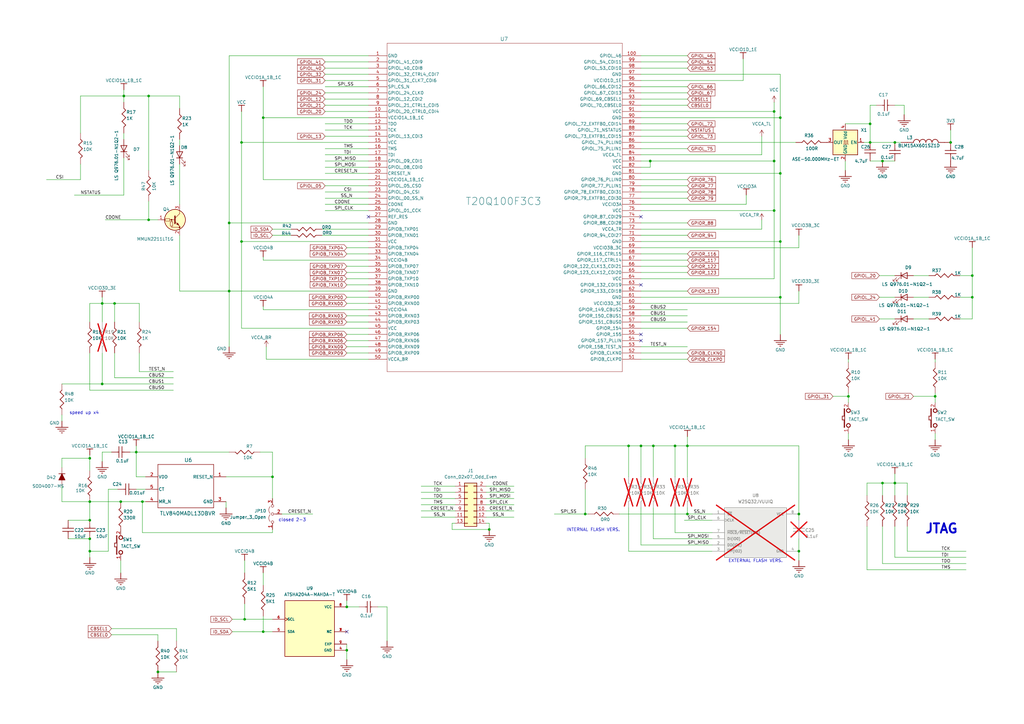
<source format=kicad_sch>
(kicad_sch (version 20231120) (generator "eeschema") (generator_version "8.0")
  (paper "A3")
  (title_block (title "HEXBERRY-V-20Q100") (date "2024-09-19") (rev "1.0") (company "LOGITILES by Hexcape") (comment 1 "Pier Francesco Maria Santi"))
  (junction (at 200.66 217.17))
  (junction (at 46.99 124.46))
  (junction (at 36.83 213.36))
  (junction (at 347.98 162.56))
  (junction (at 107.95 48.26))
  (junction (at 320.04 121.92))
  (junction (at 49.53 205.74))
  (junction (at 327.66 226.06))
  (junction (at 266.7 66.04))
  (junction (at 100.33 254))
  (junction (at 93.98 91.44))
  (junction (at 111.76 195.58))
  (junction (at 389.89 58.42))
  (junction (at 262.89 182.88))
  (junction (at 276.86 182.88))
  (junction (at 240.03 210.82))
  (junction (at 267.97 182.88))
  (junction (at 99.06 58.42))
  (junction (at 36.83 220.98))
  (junction (at 257.81 182.88))
  (junction (at 36.83 226.06))
  (junction (at 41.91 157.48))
  (junction (at 320.04 99.06))
  (junction (at 317.5 66.04))
  (junction (at 60.96 39.37))
  (junction (at 36.83 187.96))
  (junction (at 58.42 205.74))
  (junction (at 367.03 58.42))
  (junction (at 142.24 248.92))
  (junction (at 64.77 275.59))
  (junction (at 142.24 266.7))
  (junction (at 356.87 58.42))
  (junction (at 281.94 210.82))
  (junction (at 398.78 113.03))
  (junction (at 36.83 205.74))
  (junction (at 50.8 39.37))
  (junction (at 60.96 90.17))
  (junction (at 320.04 71.12))
  (junction (at 281.94 182.88))
  (junction (at 356.87 50.8))
  (junction (at 107.95 259.08))
  (junction (at 99.06 99.06))
  (junction (at 361.95 198.12))
  (junction (at 93.98 119.38))
  (junction (at 317.5 45.72))
  (junction (at 41.91 124.46))
  (junction (at 398.78 121.92))
  (junction (at 367.03 198.12))
  (junction (at 383.54 162.56))
  (junction (at 317.5 86.36))
  (junction (at 55.88 185.42))
  (junction (at 361.95 66.04))
  (junction (at 320.04 48.26))
  (junction (at 327.66 210.82))
  (no_connect (at 151.13 88.9))
  (no_connect (at 142.24 259.08))
  (no_connect (at 262.89 139.7))
  (no_connect (at 262.89 88.9))
  (no_connect (at 262.89 116.84))
  (no_connect (at 262.89 137.16))
  (wire (pts (xy 281.94 179.07) (xy 281.94 182.88)))
  (wire (pts (xy 132.08 93.98) (xy 151.13 93.98)))
  (wire (pts (xy 142.24 266.7) (xy 142.24 270.51)))
  (wire (pts (xy 262.89 121.92) (xy 320.04 121.92)))
  (wire (pts (xy 262.89 147.32) (xy 281.94 147.32)))
  (wire (pts (xy 49.53 205.74) (xy 58.42 205.74)))
  (wire (pts (xy 92.71 195.58) (xy 111.76 195.58)))
  (wire (pts (xy 320.04 48.26) (xy 320.04 71.12)))
  (wire (pts (xy 58.42 205.74) (xy 58.42 218.44)))
  (wire (pts (xy 185.42 214.63) (xy 185.42 217.17)))
  (wire (pts (xy 227.33 210.82) (xy 240.03 210.82)))
  (wire (pts (xy 199.39 209.55) (xy 210.82 209.55)))
  (wire (pts (xy 317.5 114.3) (xy 317.5 86.36)))
  (wire (pts (xy 262.89 86.36) (xy 317.5 86.36)))
  (wire (pts (xy 172.72 212.09) (xy 186.69 212.09)))
  (wire (pts (xy 389.89 53.34) (xy 389.89 58.42)))
  (wire (pts (xy 53.34 185.42) (xy 55.88 185.42)))
  (wire (pts (xy 320.04 121.92) (xy 320.04 137.16)))
  (wire (pts (xy 95.25 254) (xy 100.33 254)))
  (wire (pts (xy 44.45 200.66) (xy 48.26 200.66)))
  (wire (pts (xy 317.5 66.04) (xy 317.5 86.36)))
  (wire (pts (xy 262.89 144.78) (xy 281.94 144.78)))
  (wire (pts (xy 99.06 134.62) (xy 99.06 99.06)))
  (wire (pts (xy 106.68 185.42) (xy 111.76 185.42)))
  (wire (pts (xy 262.89 25.4) (xy 281.94 25.4)))
  (wire (pts (xy 262.89 109.22) (xy 281.94 109.22)))
  (wire (pts (xy 100.33 254) (xy 111.76 254)))
  (wire (pts (xy 50.8 54.61) (xy 50.8 57.15)))
  (wire (pts (xy 262.89 106.68) (xy 281.94 106.68)))
  (wire (pts (xy 72.39 262.89) (xy 72.39 257.81)))
  (wire (pts (xy 99.06 45.72) (xy 99.06 58.42)))
  (wire (pts (xy 360.68 130.81) (xy 367.03 130.81)))
  (wire (pts (xy 99.06 99.06) (xy 151.13 99.06)))
  (wire (pts (xy 281.94 182.88) (xy 281.94 195.58)))
  (wire (pts (xy 172.72 209.55) (xy 186.69 209.55)))
  (wire (pts (xy 262.89 71.12) (xy 320.04 71.12)))
  (wire (pts (xy 262.89 27.94) (xy 281.94 27.94)))
  (wire (pts (xy 133.35 78.74) (xy 151.13 78.74)))
  (wire (pts (xy 361.95 215.9) (xy 361.95 231.14)))
  (wire (pts (xy 398.78 113.03) (xy 398.78 121.92)))
  (wire (pts (xy 262.89 83.82) (xy 306.07 83.82)))
  (wire (pts (xy 262.89 38.1) (xy 281.94 38.1)))
  (wire (pts (xy 172.72 207.01) (xy 186.69 207.01)))
  (wire (pts (xy 312.42 90.17) (xy 312.42 93.98)))
  (wire (pts (xy 199.39 204.47) (xy 210.82 204.47)))
  (wire (pts (xy 262.89 35.56) (xy 281.94 35.56)))
  (wire (pts (xy 107.95 252.73) (xy 107.95 259.08)))
  (wire (pts (xy 107.95 125.73) (xy 107.95 127)))
  (wire (pts (xy 19.05 73.66) (xy 33.02 73.66)))
  (wire (pts (xy 267.97 182.88) (xy 267.97 195.58)))
  (wire (pts (xy 312.42 55.88) (xy 312.42 63.5)))
  (wire (pts (xy 111.76 195.58) (xy 111.76 204.47)))
  (wire (pts (xy 292.1 226.06) (xy 257.81 226.06)))
  (wire (pts (xy 43.18 90.17) (xy 60.96 90.17)))
  (wire (pts (xy 93.98 119.38) (xy 151.13 119.38)))
  (wire (pts (xy 398.78 121.92) (xy 398.78 130.81)))
  (wire (pts (xy 133.35 71.12) (xy 151.13 71.12)))
  (wire (pts (xy 107.95 127) (xy 151.13 127)))
  (wire (pts (xy 383.54 165.1) (xy 383.54 162.56)))
  (wire (pts (xy 276.86 218.44) (xy 276.86 208.28)))
  (wire (pts (xy 346.71 66.04) (xy 346.71 69.85)))
  (wire (pts (xy 36.83 226.06) (xy 44.45 226.06)))
  (wire (pts (xy 347.98 161.29) (xy 347.98 162.56)))
  (wire (pts (xy 267.97 182.88) (xy 276.86 182.88)))
  (wire (pts (xy 356.87 43.18) (xy 356.87 50.8)))
  (wire (pts (xy 327.66 96.52) (xy 327.66 101.6)))
  (wire (pts (xy 107.95 73.66) (xy 151.13 73.66)))
  (wire (pts (xy 347.98 177.8) (xy 347.98 180.34)))
  (wire (pts (xy 262.89 78.74) (xy 281.94 78.74)))
  (wire (pts (xy 36.83 124.46) (xy 36.83 132.08)))
  (wire (pts (xy 133.35 53.34) (xy 151.13 53.34)))
  (wire (pts (xy 41.91 124.46) (xy 36.83 124.46)))
  (wire (pts (xy 320.04 99.06) (xy 320.04 121.92)))
  (wire (pts (xy 320.04 71.12) (xy 320.04 99.06)))
  (wire (pts (xy 133.35 66.04) (xy 151.13 66.04)))
  (wire (pts (xy 133.35 81.28) (xy 151.13 81.28)))
  (wire (pts (xy 132.08 96.52) (xy 151.13 96.52)))
  (wire (pts (xy 60.96 82.55) (xy 60.96 90.17)))
  (wire (pts (xy 60.96 90.17) (xy 64.77 90.17)))
  (wire (pts (xy 367.03 215.9) (xy 367.03 228.6)))
  (wire (pts (xy 383.54 147.32) (xy 383.54 148.59)))
  (wire (pts (xy 383.54 177.8) (xy 383.54 180.34)))
  (wire (pts (xy 142.24 101.6) (xy 151.13 101.6)))
  (wire (pts (xy 262.89 129.54) (xy 281.94 129.54)))
  (wire (pts (xy 262.89 60.96) (xy 281.94 60.96)))
  (wire (pts (xy 262.89 182.88) (xy 262.89 195.58)))
  (wire (pts (xy 57.15 144.78) (xy 57.15 152.4)))
  (wire (pts (xy 133.35 55.88) (xy 151.13 55.88)))
  (wire (pts (xy 262.89 53.34) (xy 281.94 53.34)))
  (wire (pts (xy 262.89 50.8) (xy 281.94 50.8)))
  (wire (pts (xy 46.99 124.46) (xy 46.99 132.08)))
  (wire (pts (xy 262.89 124.46) (xy 327.66 124.46)))
  (wire (pts (xy 93.98 22.86) (xy 151.13 22.86)))
  (wire (pts (xy 44.45 226.06) (xy 44.45 200.66)))
  (wire (pts (xy 393.7 130.81) (xy 398.78 130.81)))
  (wire (pts (xy 27.94 213.36) (xy 36.83 213.36)))
  (wire (pts (xy 276.86 182.88) (xy 281.94 182.88)))
  (wire (pts (xy 240.03 210.82) (xy 241.3 210.82)))
  (wire (pts (xy 107.95 48.26) (xy 107.95 73.66)))
  (wire (pts (xy 49.53 218.44) (xy 49.53 217.17)))
  (wire (pts (xy 59.69 195.58) (xy 55.88 195.58)))
  (wire (pts (xy 355.6 215.9) (xy 355.6 233.68)))
  (wire (pts (xy 374.65 130.81) (xy 381 130.81)))
  (wire (pts (xy 49.53 229.87) (xy 49.53 234.95)))
  (wire (pts (xy 46.99 154.94) (xy 71.12 154.94)))
  (wire (pts (xy 262.89 101.6) (xy 327.66 101.6)))
  (wire (pts (xy 199.39 207.01) (xy 210.82 207.01)))
  (wire (pts (xy 50.8 36.83) (xy 50.8 39.37)))
  (wire (pts (xy 262.89 81.28) (xy 281.94 81.28)))
  (wire (pts (xy 276.86 182.88) (xy 276.86 195.58)))
  (wire (pts (xy 398.78 101.6) (xy 398.78 113.03)))
  (wire (pts (xy 99.06 99.06) (xy 99.06 58.42)))
  (wire (pts (xy 58.42 218.44) (xy 111.76 218.44)))
  (wire (pts (xy 55.88 185.42) (xy 93.98 185.42)))
  (wire (pts (xy 36.83 220.98) (xy 36.83 226.06)))
  (wire (pts (xy 199.39 212.09) (xy 210.82 212.09)))
  (wire (pts (xy 93.98 91.44) (xy 93.98 119.38)))
  (wire (pts (xy 356.87 50.8) (xy 356.87 58.42)))
  (wire (pts (xy 361.95 198.12) (xy 355.6 198.12)))
  (wire (pts (xy 73.66 39.37) (xy 73.66 44.45)))
  (wire (pts (xy 281.94 182.88) (xy 327.66 182.88)))
  (wire (pts (xy 317.5 45.72) (xy 317.5 66.04)))
  (wire (pts (xy 199.39 199.39) (xy 210.82 199.39)))
  (wire (pts (xy 36.83 205.74) (xy 49.53 205.74)))
  (wire (pts (xy 109.22 142.24) (xy 109.22 147.32)))
  (wire (pts (xy 370.84 43.18) (xy 370.84 46.99)))
  (wire (pts (xy 262.89 96.52) (xy 281.94 96.52)))
  (wire (pts (xy 360.68 121.92) (xy 367.03 121.92)))
  (wire (pts (xy 36.83 144.78) (xy 36.83 160.02)))
  (wire (pts (xy 36.83 186.69) (xy 36.83 187.96)))
  (wire (pts (xy 57.15 132.08) (xy 57.15 124.46)))
  (wire (pts (xy 367.03 198.12) (xy 361.95 198.12)))
  (wire (pts (xy 57.15 124.46) (xy 46.99 124.46)))
  (wire (pts (xy 257.81 182.88) (xy 262.89 182.88)))
  (wire (pts (xy 327.66 182.88) (xy 327.66 210.82)))
  (wire (pts (xy 142.24 132.08) (xy 151.13 132.08)))
  (wire (pts (xy 142.24 248.92) (xy 147.32 248.92)))
  (wire (pts (xy 393.7 113.03) (xy 398.78 113.03)))
  (wire (pts (xy 25.4 191.77) (xy 25.4 187.96)))
  (wire (pts (xy 361.95 198.12) (xy 361.95 203.2)))
  (wire (pts (xy 262.89 73.66) (xy 281.94 73.66)))
  (wire (pts (xy 240.03 182.88) (xy 240.03 187.96)))
  (wire (pts (xy 33.02 73.66) (xy 33.02 67.31)))
  (wire (pts (xy 142.24 121.92) (xy 151.13 121.92)))
  (wire (pts (xy 346.71 50.8) (xy 356.87 50.8)))
  (wire (pts (xy 262.89 91.44) (xy 281.94 91.44)))
  (wire (pts (xy 100.33 247.65) (xy 100.33 254)))
  (wire (pts (xy 133.35 43.18) (xy 151.13 43.18)))
  (wire (pts (xy 262.89 66.04) (xy 266.7 66.04)))
  (wire (pts (xy 262.89 43.18) (xy 281.94 43.18)))
  (wire (pts (xy 142.24 111.76) (xy 151.13 111.76)))
  (wire (pts (xy 360.68 113.03) (xy 367.03 113.03)))
  (wire (pts (xy 36.83 187.96) (xy 36.83 193.04)))
  (wire (pts (xy 306.07 80.01) (xy 306.07 83.82)))
  (wire (pts (xy 292.1 210.82) (xy 281.94 210.82)))
  (wire (pts (xy 374.65 121.92) (xy 381 121.92)))
  (wire (pts (xy 372.11 198.12) (xy 372.11 203.2)))
  (wire (pts (xy 359.41 43.18) (xy 356.87 43.18)))
  (wire (pts (xy 133.35 45.72) (xy 151.13 45.72)))
  (wire (pts (xy 372.11 226.06) (xy 396.24 226.06)))
  (wire (pts (xy 151.13 60.96) (xy 133.35 60.96)))
  (wire (pts (xy 266.7 68.58) (xy 266.7 66.04)))
  (wire (pts (xy 396.24 233.68) (xy 355.6 233.68)))
  (wire (pts (xy 317.5 41.91) (xy 317.5 45.72)))
  (wire (pts (xy 133.35 35.56) (xy 151.13 35.56)))
  (wire (pts (xy 57.15 152.4) (xy 71.12 152.4)))
  (wire (pts (xy 142.24 139.7) (xy 151.13 139.7)))
  (wire (pts (xy 111.76 93.98) (xy 119.38 93.98)))
  (wire (pts (xy 142.24 109.22) (xy 151.13 109.22)))
  (wire (pts (xy 356.87 58.42) (xy 367.03 58.42)))
  (wire (pts (xy 374.65 113.03) (xy 381 113.03)))
  (wire (pts (xy 254 210.82) (xy 281.94 210.82)))
  (wire (pts (xy 372.11 226.06) (xy 372.11 215.9)))
  (wire (pts (xy 154.94 248.92) (xy 158.75 248.92)))
  (wire (pts (xy 41.91 144.78) (xy 41.91 157.48)))
  (wire (pts (xy 45.72 185.42) (xy 41.91 185.42)))
  (wire (pts (xy 30.48 80.01) (xy 50.8 80.01)))
  (wire (pts (xy 320.04 30.48) (xy 320.04 48.26)))
  (wire (pts (xy 60.96 39.37) (xy 73.66 39.37)))
  (wire (pts (xy 133.35 33.02) (xy 151.13 33.02)))
  (wire (pts (xy 151.13 50.8) (xy 133.35 50.8)))
  (wire (pts (xy 107.95 35.56) (xy 107.95 48.26)))
  (wire (pts (xy 55.88 185.42) (xy 55.88 182.88)))
  (wire (pts (xy 292.1 220.98) (xy 267.97 220.98)))
  (wire (pts (xy 327.66 210.82) (xy 327.66 213.36)))
  (wire (pts (xy 142.24 104.14) (xy 151.13 104.14)))
  (wire (pts (xy 73.66 67.31) (xy 73.66 83.82)))
  (wire (pts (xy 367.03 198.12) (xy 367.03 203.2)))
  (wire (pts (xy 341.63 162.56) (xy 347.98 162.56)))
  (wire (pts (xy 36.83 213.36) (xy 36.83 205.74)))
  (wire (pts (xy 172.72 199.39) (xy 186.69 199.39)))
  (wire (pts (xy 142.24 264.16) (xy 142.24 266.7)))
  (wire (pts (xy 46.99 124.46) (xy 41.91 124.46)))
  (wire (pts (xy 25.4 187.96) (xy 36.83 187.96)))
  (wire (pts (xy 262.89 134.62) (xy 281.94 134.62)))
  (wire (pts (xy 374.65 162.56) (xy 383.54 162.56)))
  (wire (pts (xy 367.03 194.31) (xy 367.03 198.12)))
  (wire (pts (xy 50.8 39.37) (xy 60.96 39.37)))
  (wire (pts (xy 172.72 201.93) (xy 186.69 201.93)))
  (wire (pts (xy 73.66 57.15) (xy 73.66 59.69)))
  (wire (pts (xy 99.06 58.42) (xy 151.13 58.42)))
  (wire (pts (xy 267.97 208.28) (xy 267.97 220.98)))
  (wire (pts (xy 372.11 198.12) (xy 367.03 198.12)))
  (wire (pts (xy 100.33 229.87) (xy 100.33 234.95)))
  (wire (pts (xy 99.06 134.62) (xy 151.13 134.62)))
  (wire (pts (xy 262.89 104.14) (xy 281.94 104.14)))
  (wire (pts (xy 107.95 106.68) (xy 151.13 106.68)))
  (wire (pts (xy 25.4 157.48) (xy 41.91 157.48)))
  (wire (pts (xy 50.8 64.77) (xy 50.8 80.01)))
  (wire (pts (xy 367.03 43.18) (xy 370.84 43.18)))
  (wire (pts (xy 396.24 231.14) (xy 361.95 231.14)))
  (wire (pts (xy 107.95 48.26) (xy 151.13 48.26)))
  (wire (pts (xy 33.02 39.37) (xy 33.02 54.61)))
  (wire (pts (xy 142.24 144.78) (xy 151.13 144.78)))
  (wire (pts (xy 276.86 218.44) (xy 292.1 218.44)))
  (wire (pts (xy 186.69 214.63) (xy 185.42 214.63)))
  (wire (pts (xy 36.83 205.74) (xy 25.4 205.74)))
  (wire (pts (xy 393.7 121.92) (xy 398.78 121.92)))
  (wire (pts (xy 58.42 205.74) (xy 59.69 205.74)))
  (wire (pts (xy 240.03 200.66) (xy 240.03 210.82)))
  (wire (pts (xy 356.87 66.04) (xy 361.95 66.04)))
  (wire (pts (xy 262.89 114.3) (xy 317.5 114.3)))
  (wire (pts (xy 64.77 262.89) (xy 64.77 260.35)))
  (wire (pts (xy 111.76 185.42) (xy 111.76 195.58)))
  (wire (pts (xy 133.35 25.4) (xy 151.13 25.4)))
  (wire (pts (xy 304.8 24.13) (xy 304.8 33.02)))
  (wire (pts (xy 41.91 121.92) (xy 41.91 124.46)))
  (wire (pts (xy 133.35 27.94) (xy 151.13 27.94)))
  (wire (pts (xy 383.54 161.29) (xy 383.54 162.56)))
  (wire (pts (xy 355.6 198.12) (xy 355.6 203.2)))
  (wire (pts (xy 262.89 22.86) (xy 281.94 22.86)))
  (wire (pts (xy 111.76 218.44) (xy 111.76 217.17)))
  (wire (pts (xy 25.4 205.74) (xy 25.4 199.39)))
  (wire (pts (xy 281.94 210.82) (xy 281.94 208.28)))
  (wire (pts (xy 107.95 259.08) (xy 111.76 259.08)))
  (wire (pts (xy 72.39 275.59) (xy 64.77 275.59)))
  (wire (pts (xy 93.98 119.38) (xy 93.98 142.24)))
  (wire (pts (xy 107.95 105.41) (xy 107.95 106.68)))
  (wire (pts (xy 172.72 204.47) (xy 186.69 204.47)))
  (wire (pts (xy 185.42 217.17) (xy 200.66 217.17)))
  (wire (pts (xy 200.66 214.63) (xy 200.66 217.17)))
  (wire (pts (xy 262.89 208.28) (xy 262.89 223.52)))
  (wire (pts (xy 142.24 142.24) (xy 151.13 142.24)))
  (wire (pts (xy 262.89 76.2) (xy 281.94 76.2)))
  (wire (pts (xy 396.24 228.6) (xy 367.03 228.6)))
  (wire (pts (xy 41.91 185.42) (xy 41.91 189.23)))
  (wire (pts (xy 71.12 160.02) (xy 36.83 160.02)))
  (wire (pts (xy 41.91 124.46) (xy 41.91 132.08)))
  (wire (pts (xy 367.03 58.42) (xy 369.57 58.42)))
  (wire (pts (xy 133.35 63.5) (xy 151.13 63.5)))
  (wire (pts (xy 292.1 223.52) (xy 262.89 223.52)))
  (wire (pts (xy 356.87 58.42) (xy 354.33 58.42)))
  (wire (pts (xy 109.22 147.32) (xy 151.13 147.32)))
  (wire (pts (xy 262.89 48.26) (xy 320.04 48.26)))
  (wire (pts (xy 262.89 111.76) (xy 281.94 111.76)))
  (wire (pts (xy 55.88 200.66) (xy 59.69 200.66)))
  (wire (pts (xy 361.95 66.04) (xy 367.03 66.04)))
  (wire (pts (xy 262.89 40.64) (xy 281.94 40.64)))
  (wire (pts (xy 257.81 182.88) (xy 240.03 182.88)))
  (wire (pts (xy 262.89 63.5) (xy 312.42 63.5)))
  (wire (pts (xy 55.88 195.58) (xy 55.88 185.42)))
  (wire (pts (xy 73.66 119.38) (xy 93.98 119.38)))
  (wire (pts (xy 327.66 220.98) (xy 327.66 226.06)))
  (wire (pts (xy 71.12 157.48) (xy 41.91 157.48)))
  (wire (pts (xy 262.89 142.24) (xy 281.94 142.24)))
  (wire (pts (xy 46.99 154.94) (xy 46.99 144.78)))
  (wire (pts (xy 262.89 58.42) (xy 326.39 58.42)))
  (wire (pts (xy 262.89 68.58) (xy 266.7 68.58)))
  (wire (pts (xy 45.72 257.81) (xy 72.39 257.81)))
  (wire (pts (xy 257.81 182.88) (xy 257.81 195.58)))
  (wire (pts (xy 92.71 205.74) (xy 92.71 208.28)))
  (wire (pts (xy 50.8 39.37) (xy 50.8 41.91)))
  (wire (pts (xy 262.89 30.48) (xy 320.04 30.48)))
  (wire (pts (xy 327.66 119.38) (xy 327.66 124.46)))
  (wire (pts (xy 73.66 96.52) (xy 73.66 119.38)))
  (wire (pts (xy 262.89 119.38) (xy 281.94 119.38)))
  (wire (pts (xy 142.24 124.46) (xy 151.13 124.46)))
  (wire (pts (xy 133.35 30.48) (xy 151.13 30.48)))
  (wire (pts (xy 262.89 33.02) (xy 304.8 33.02)))
  (wire (pts (xy 199.39 214.63) (xy 200.66 214.63)))
  (wire (pts (xy 262.89 93.98) (xy 312.42 93.98)))
  (wire (pts (xy 45.72 260.35) (xy 64.77 260.35)))
  (wire (pts (xy 142.24 114.3) (xy 151.13 114.3)))
  (wire (pts (xy 93.98 91.44) (xy 151.13 91.44)))
  (wire (pts (xy 262.89 127) (xy 281.94 127)))
  (wire (pts (xy 60.96 39.37) (xy 60.96 69.85)))
  (wire (pts (xy 95.25 259.08) (xy 107.95 259.08)))
  (wire (pts (xy 262.89 45.72) (xy 317.5 45.72)))
  (wire (pts (xy 142.24 129.54) (xy 151.13 129.54)))
  (wire (pts (xy 347.98 147.32) (xy 347.98 148.59)))
  (wire (pts (xy 142.24 137.16) (xy 151.13 137.16)))
  (wire (pts (xy 266.7 66.04) (xy 317.5 66.04)))
  (wire (pts (xy 142.24 246.38) (xy 142.24 248.92)))
  (wire (pts (xy 262.89 99.06) (xy 320.04 99.06)))
  (wire (pts (xy 158.75 248.92) (xy 158.75 262.89)))
  (wire (pts (xy 133.35 86.36) (xy 151.13 86.36)))
  (wire (pts (xy 347.98 165.1) (xy 347.98 162.56)))
  (wire (pts (xy 133.35 76.2) (xy 151.13 76.2)))
  (wire (pts (xy 327.66 226.06) (xy 327.66 229.87)))
  (wire (pts (xy 111.76 96.52) (xy 119.38 96.52)))
  (wire (pts (xy 25.4 170.18) (xy 25.4 172.72)))
  (wire (pts (xy 133.35 40.64) (xy 151.13 40.64)))
  (wire (pts (xy 36.83 226.06) (xy 36.83 228.6)))
  (wire (pts (xy 27.94 220.98) (xy 36.83 220.98)))
  (wire (pts (xy 257.81 208.28) (xy 257.81 226.06)))
  (wire (pts (xy 199.39 201.93) (xy 210.82 201.93)))
  (wire (pts (xy 262.89 55.88) (xy 281.94 55.88)))
  (wire (pts (xy 280.67 213.36) (xy 292.1 213.36)))
  (wire (pts (xy 107.95 234.95) (xy 107.95 240.03)))
  (wire (pts (xy 133.35 83.82) (xy 151.13 83.82)))
  (wire (pts (xy 133.35 38.1) (xy 151.13 38.1)))
  (wire (pts (xy 93.98 22.86) (xy 93.98 91.44)))
  (wire (pts (xy 142.24 116.84) (xy 151.13 116.84)))
  (wire (pts (xy 33.02 39.37) (xy 50.8 39.37)))
  (wire (pts (xy 262.89 132.08) (xy 281.94 132.08)))
  (wire (pts (xy 133.35 68.58) (xy 151.13 68.58)))
  (wire (pts (xy 262.89 182.88) (xy 267.97 182.88)))
  (wire (pts (xy 115.57 210.82) (xy 128.27 210.82)))
  (text "closed 2-3\n" (at 119.888 213.36 0) (effects (font (size 1.27 1.27))))
  (text "speed up x4" (at 34.544 169.418 0) (effects (font (size 1.27 1.27))))
  (text "EXTERNAL FLASH VERS.\n" (at 309.88 230.124 0) (effects (font (size 1.27 1.27))))
  (text "JTAG\n" (at 379.222 219.202 0) (effects (font (size 3.81 3.81) (bold yes)) (justify left bottom)))
  (text "INTERNAL FLASH VERS.\n" (at 243.332 217.424 0) (effects (font (size 1.27 1.27))))
  (label "SPI_SS" (at 229.87 210.82 0))
  (label "SPI_CLK" (at 137.16 86.36 0))
  (label "CBUS1" (at 60.96 157.48 0))
  (label "CSI" (at 22.86 73.66 0))
  (label "TDO" (at 386.08 231.14 0))
  (label "TDI" (at 140.97 63.5 0))
  (label "CDONE" (at 43.18 90.17 0))
  (label "TEST_N" (at 60.96 152.4 0))
  (label "SPI_MISO" (at 200.66 201.93 0))
  (label "CDONE" (at 201.93 199.39 0))
  (label "TCK" (at 177.8 199.39 0))
  (label "CBUS1" (at 266.7 129.54 0))
  (label "CBUS0" (at 266.7 132.08 0))
  (label "TMS" (at 386.08 233.68 0))
  (label "CBUS0" (at 60.96 160.02 0))
  (label "TCK" (at 140.97 53.34 0))
  (label "SPI_MOSI" (at 137.16 68.58 0))
  (label "SPI_CLK" (at 200.66 207.01 0))
  (label "CRESET_N" (at 118.11 210.82 0))
  (label "CBUS2" (at 60.96 154.94 0))
  (label "TDI" (at 386.08 228.6 0))
  (label "CRESET_N" (at 176.53 209.55 0))
  (label "CRESET_N" (at 200.66 209.55 0))
  (label "SPI_MISO" (at 281.94 223.52 0))
  (label "SPI_MISO" (at 137.16 66.04 0))
  (label "CSI" (at 140.97 78.74 0))
  (label "TMS" (at 140.97 60.96 0))
  (label "CDONE" (at 137.16 83.82 0))
  (label "SS_N" (at 284.48 210.82 0))
  (label "SPI_CLK" (at 281.94 213.36 0))
  (label "TDO" (at 140.97 50.8 0))
  (label "SS_N" (at 177.8 212.09 0))
  (label "CRESET_N" (at 137.16 71.12 0))
  (label "TCK" (at 386.08 226.06 0))
  (label "NSTATUS" (at 33.02 80.01 0))
  (label "TEST_N" (at 266.7 142.24 0))
  (label "SPI_MOSI" (at 200.66 204.47 0))
  (label "TDI" (at 177.8 201.93 0))
  (label "TDO" (at 177.8 204.47 0))
  (label "SS_N" (at 201.93 212.09 0))
  (label "TMS" (at 177.8 207.01 0))
  (label "SPI_SS" (at 138.43 35.56 0))
  (label "CBUS2" (at 266.7 127 0))
  (label "SPI_MOSI" (at 281.94 220.98 0))
  (label "SS_N" (at 139.7 81.28 0))
  (global_label "GPIOB_CLKN0" (shape input) (at 281.94 144.78 0) (property "Intersheetrefs" "${INTERSHEET_REFS}" (at 297.8413 144.78 0) (effects (justify left))))
  (global_label "CBSEL0" (shape input) (at 281.94 43.18 0) (property "Intersheetrefs" "${INTERSHEET_REFS}" (at 292.1564 43.18 0) (effects (justify left))))
  (global_label "GPIOB_TXP07" (shape input) (at 142.24 109.22 180) (property "Intersheetrefs" "${INTERSHEET_REFS}" (at 126.5807 109.22 0) (effects (justify right))))
  (global_label "GPIOB_TXN07" (shape input) (at 142.24 111.76 180) (property "Intersheetrefs" "${INTERSHEET_REFS}" (at 126.5202 111.76 0) (effects (justify right))))
  (global_label "NSTATUS" (shape input) (at 281.94 53.34 0) (property "Intersheetrefs" "${INTERSHEET_REFS}" (at 293.1241 53.34 0) (effects (justify left))))
  (global_label "GPIOR_76" (shape input) (at 281.94 73.66 0) (property "Intersheetrefs" "${INTERSHEET_REFS}" (at 294.1522 73.66 0) (effects (justify left))))
  (global_label "GPIOL_24" (shape input) (at 133.35 38.1 180) (property "Intersheetrefs" "${INTERSHEET_REFS}" (at 121.3797 38.1 0) (effects (justify right))))
  (global_label "GPIOR_116" (shape input) (at 281.94 104.14 0) (property "Intersheetrefs" "${INTERSHEET_REFS}" (at 295.3617 104.14 0) (effects (justify left))))
  (global_label "GPIOL_41" (shape input) (at 360.68 130.81 180) (property "Intersheetrefs" "${INTERSHEET_REFS}" (at 348.7097 130.81 0) (effects (justify right))))
  (global_label "GPIOL_66" (shape input) (at 281.94 35.56 0) (property "Intersheetrefs" "${INTERSHEET_REFS}" (at 293.9103 35.56 0) (effects (justify left))))
  (global_label "GPIOB_RXN09" (shape input) (at 142.24 142.24 180) (property "Intersheetrefs" "${INTERSHEET_REFS}" (at 126.2178 142.24 0) (effects (justify right))))
  (global_label "GPIOL_21" (shape input) (at 374.65 162.56 180) (property "Intersheetrefs" "${INTERSHEET_REFS}" (at 362.6797 162.56 0) (effects (justify right))))
  (global_label "GPIOL_73" (shape input) (at 281.94 55.88 0) (property "Intersheetrefs" "${INTERSHEET_REFS}" (at 293.9103 55.88 0) (effects (justify left))))
  (global_label "GPIOL_13" (shape input) (at 133.35 55.88 180) (property "Intersheetrefs" "${INTERSHEET_REFS}" (at 121.3797 55.88 0) (effects (justify right))))
  (global_label "CBSEL1" (shape input) (at 281.94 40.64 0) (property "Intersheetrefs" "${INTERSHEET_REFS}" (at 292.1564 40.64 0) (effects (justify left))))
  (global_label "CBSEL1" (shape input) (at 45.72 257.81 180) (property "Intersheetrefs" "${INTERSHEET_REFS}" (at 35.5036 257.81 0) (effects (justify right))))
  (global_label "GPIOL_72" (shape input) (at 281.94 50.8 0) (property "Intersheetrefs" "${INTERSHEET_REFS}" (at 293.9103 50.8 0) (effects (justify left))))
  (global_label "GPIOL_24" (shape input) (at 360.68 121.92 180) (property "Intersheetrefs" "${INTERSHEET_REFS}" (at 348.7097 121.92 0) (effects (justify right))))
  (global_label "GPIOR_117" (shape input) (at 281.94 106.68 0) (property "Intersheetrefs" "${INTERSHEET_REFS}" (at 295.3617 106.68 0) (effects (justify left))))
  (global_label "GPIOB_RXP09" (shape input) (at 142.24 144.78 180) (property "Intersheetrefs" "${INTERSHEET_REFS}" (at 126.2783 144.78 0) (effects (justify right))))
  (global_label "GPIOB_TXN04" (shape input) (at 142.24 104.14 180) (property "Intersheetrefs" "${INTERSHEET_REFS}" (at 126.5202 104.14 0) (effects (justify right))))
  (global_label "GPIOL_75" (shape input) (at 281.94 60.96 0) (property "Intersheetrefs" "${INTERSHEET_REFS}" (at 293.9103 60.96 0) (effects (justify left))))
  (global_label "GPIOL_12" (shape input) (at 133.35 40.64 180) (property "Intersheetrefs" "${INTERSHEET_REFS}" (at 121.3797 40.64 0) (effects (justify right))))
  (global_label "GPIOL_46" (shape input) (at 281.94 22.86 0) (property "Intersheetrefs" "${INTERSHEET_REFS}" (at 293.9103 22.86 0) (effects (justify left))))
  (global_label "ID_SCL" (shape input) (at 95.25 254 180) (property "Intersheetrefs" "${INTERSHEET_REFS}" (at 85.8197 254 0) (effects (justify right))))
  (global_label "GPIOL_31" (shape input) (at 133.35 33.02 180) (property "Intersheetrefs" "${INTERSHEET_REFS}" (at 121.3797 33.02 0) (effects (justify right))))
  (global_label "GPIOR_88" (shape input) (at 281.94 91.44 0) (property "Intersheetrefs" "${INTERSHEET_REFS}" (at 294.1522 91.44 0) (effects (justify left))))
  (global_label "GPIOL_31" (shape input) (at 341.63 162.56 180) (property "Intersheetrefs" "${INTERSHEET_REFS}" (at 329.6597 162.56 0) (effects (justify right))))
  (global_label "GPIOB_RXN06" (shape input) (at 142.24 139.7 180) (property "Intersheetrefs" "${INTERSHEET_REFS}" (at 126.2178 139.7 0) (effects (justify right))))
  (global_label "GPIOR_94" (shape input) (at 281.94 96.52 0) (property "Intersheetrefs" "${INTERSHEET_REFS}" (at 294.1522 96.52 0) (effects (justify left))))
  (global_label "GPIOL_53" (shape input) (at 281.94 27.94 0) (property "Intersheetrefs" "${INTERSHEET_REFS}" (at 293.9103 27.94 0) (effects (justify left))))
  (global_label "GPIOB_TXN10" (shape input) (at 142.24 116.84 180) (property "Intersheetrefs" "${INTERSHEET_REFS}" (at 126.5202 116.84 0) (effects (justify right))))
  (global_label "GPIOB_RXP03" (shape input) (at 142.24 132.08 180) (property "Intersheetrefs" "${INTERSHEET_REFS}" (at 126.2783 132.08 0) (effects (justify right))))
  (global_label "ID_SDA" (shape input) (at 111.76 93.98 180) (property "Intersheetrefs" "${INTERSHEET_REFS}" (at 102.2692 93.98 0) (effects (justify right))))
  (global_label "GPIOR_133" (shape input) (at 281.94 119.38 0) (property "Intersheetrefs" "${INTERSHEET_REFS}" (at 295.3617 119.38 0) (effects (justify left))))
  (global_label "ID_SCL" (shape input) (at 111.76 96.52 180) (property "Intersheetrefs" "${INTERSHEET_REFS}" (at 102.3297 96.52 0) (effects (justify right))))
  (global_label "GPIOB_RXP00" (shape input) (at 142.24 121.92 180) (property "Intersheetrefs" "${INTERSHEET_REFS}" (at 126.2783 121.92 0) (effects (justify right))))
  (global_label "GPIOL_05" (shape input) (at 133.35 76.2 180) (property "Intersheetrefs" "${INTERSHEET_REFS}" (at 121.3797 76.2 0) (effects (justify right))))
  (global_label "GPIOL_40" (shape input) (at 133.35 27.94 180) (property "Intersheetrefs" "${INTERSHEET_REFS}" (at 121.3797 27.94 0) (effects (justify right))))
  (global_label "GPIOL_20" (shape input) (at 360.68 113.03 180) (property "Intersheetrefs" "${INTERSHEET_REFS}" (at 348.7097 113.03 0) (effects (justify right))))
  (global_label "GPIOR_122" (shape input) (at 281.94 109.22 0) (property "Intersheetrefs" "${INTERSHEET_REFS}" (at 295.3617 109.22 0) (effects (justify left))))
  (global_label "GPIOR_77" (shape input) (at 281.94 76.2 0) (property "Intersheetrefs" "${INTERSHEET_REFS}" (at 294.1522 76.2 0) (effects (justify left))))
  (global_label "GPIOL_21" (shape input) (at 133.35 43.18 180) (property "Intersheetrefs" "${INTERSHEET_REFS}" (at 121.3797 43.18 0) (effects (justify right))))
  (global_label "GPIOR_78" (shape input) (at 281.94 78.74 0) (property "Intersheetrefs" "${INTERSHEET_REFS}" (at 294.1522 78.74 0) (effects (justify left))))
  (global_label "GPIOB_RXN03" (shape input) (at 142.24 129.54 180) (property "Intersheetrefs" "${INTERSHEET_REFS}" (at 126.2178 129.54 0) (effects (justify right))))
  (global_label "GPIOL_54" (shape input) (at 281.94 25.4 0) (property "Intersheetrefs" "${INTERSHEET_REFS}" (at 293.9103 25.4 0) (effects (justify left))))
  (global_label "GPIOR_79" (shape input) (at 281.94 81.28 0) (property "Intersheetrefs" "${INTERSHEET_REFS}" (at 294.1522 81.28 0) (effects (justify left))))
  (global_label "GPIOL_67" (shape input) (at 281.94 38.1 0) (property "Intersheetrefs" "${INTERSHEET_REFS}" (at 293.9103 38.1 0) (effects (justify left))))
  (global_label "GPIOL_41" (shape input) (at 133.35 25.4 180) (property "Intersheetrefs" "${INTERSHEET_REFS}" (at 121.3797 25.4 0) (effects (justify right))))
  (global_label "GPIOL_20" (shape input) (at 133.35 45.72 180) (property "Intersheetrefs" "${INTERSHEET_REFS}" (at 121.3797 45.72 0) (effects (justify right))))
  (global_label "CBSEL0" (shape input) (at 45.72 260.35 180) (property "Intersheetrefs" "${INTERSHEET_REFS}" (at 35.5036 260.35 0) (effects (justify right))))
  (global_label "GPIOR_154" (shape input) (at 281.94 134.62 0) (property "Intersheetrefs" "${INTERSHEET_REFS}" (at 295.3617 134.62 0) (effects (justify left))))
  (global_label "GPIOB_RXN00" (shape input) (at 142.24 124.46 180) (property "Intersheetrefs" "${INTERSHEET_REFS}" (at 126.2178 124.46 0) (effects (justify right))))
  (global_label "ID_SDA" (shape input) (at 95.25 259.08 180) (property "Intersheetrefs" "${INTERSHEET_REFS}" (at 85.7592 259.08 0) (effects (justify right))))
  (global_label "GPIOB_TXP04" (shape input) (at 142.24 101.6 180) (property "Intersheetrefs" "${INTERSHEET_REFS}" (at 126.5807 101.6 0) (effects (justify right))))
  (global_label "GPIOL_32" (shape input) (at 133.35 30.48 180) (property "Intersheetrefs" "${INTERSHEET_REFS}" (at 121.3797 30.48 0) (effects (justify right))))
  (global_label "GPIOR_123" (shape input) (at 281.94 111.76 0) (property "Intersheetrefs" "${INTERSHEET_REFS}" (at 295.3617 111.76 0) (effects (justify left))))
  (global_label "GPIOB_CLKP0" (shape input) (at 281.94 147.32 0) (property "Intersheetrefs" "${INTERSHEET_REFS}" (at 297.7808 147.32 0) (effects (justify left))))
  (global_label "GPIOB_RXP06" (shape input) (at 142.24 137.16 180) (property "Intersheetrefs" "${INTERSHEET_REFS}" (at 126.2783 137.16 0) (effects (justify right))))
  (global_label "GPIOB_TXP10" (shape input) (at 142.24 114.3 180) (property "Intersheetrefs" "${INTERSHEET_REFS}" (at 126.5807 114.3 0) (effects (justify right))))
  (symbol (lib_id "prova-altium-import:VCC_BAR") (at 398.78 101.6 180) (unit 1)
    (property "Reference" "#PWR05" (effects (hide yes)))
    (property "Value" "VCCIO1A_1B_1C" (at 398.78 97.79 0))
  )
  (symbol (lib_id "prova-altium-import:root_2_CAP_0") (at 367.03 45.72 90) (mirror x) (unit 1)
    (property "Reference" "C17" (at 364.236 39.624 90) (effects (justify left bottom)))
    (property "Value" "0.1uF" (at 365.252 47.498 90) (effects (justify left bottom)))
    (property "Footprint" "Capacitor_SMD:C_0402_1005Metric" (effects (hide yes)))
    (property "Description" "MLCC Capacitor" (effects (hide yes)))
    (property "05-000238" "*" (effects (hide yes)))
  )
  (symbol (lib_id "prova-altium-import:root_1_RES_0") (at 63.5 69.85 180) (unit 1)
    (property "Reference" "R47" (at 58.166 74.422 90) (effects (justify left bottom)))
    (property "Value" "10K" (at 62.484 74.422 90) (effects (justify left bottom)))
    (property "Footprint" "Resistor_SMD:R_0402_1005Metric" (effects (hide yes)))
    (property "Description" "Resistor" (effects (hide yes)))
    (property "21-000531" "*" (effects (hide yes)))
    (property "21-000532" "*" (effects (hide yes)))
    (property "21-000554" "*" (effects (hide yes)))
  )
  (symbol (lib_id "prova-altium-import:root_3_RES_0") (at 381 119.38 90) (unit 1)
    (property "Reference" "R38" (at 386.08 119.126 90) (effects (justify left bottom)))
    (property "Value" "1K" (at 394.208 120.142 90) (effects (justify left bottom)))
    (property "Footprint" "Resistor_SMD:R_0402_1005Metric" (effects (hide yes)))
    (property "Description" "Resistor" (effects (hide yes)))
    (property "21-000531" "*" (effects (hide yes)))
    (property "21-000532" "*" (effects (hide yes)))
    (property "21-000554" "*" (effects (hide yes)))
  )
  (symbol (lib_id "prova-altium-import:root_3_RES_0") (at 49.53 132.08 0) (unit 1)
    (property "Reference" "R21" (at 48.006 136.906 0) (effects (justify left bottom)))
    (property "Value" "10K" (at 48.006 139.446 0) (effects (justify left bottom)))
    (property "Footprint" "Resistor_SMD:R_0402_1005Metric" (effects (hide yes)))
    (property "Description" "Resistor" (effects (hide yes)))
    (property "21-000531" "*" (effects (hide yes)))
    (property "21-000532" "*" (effects (hide yes)))
    (property "21-000554" "*" (effects (hide yes)))
  )
  (symbol (lib_id "prova-altium-import:GND_POWER_GROUND") (at 49.53 234.95 0) (unit 1)
    (property "Reference" "#PWR045" (effects (hide yes)))
    (property "Value" "GND" (at 49.53 241.3 0))
  )
  (symbol (lib_id "prova-altium-import:GND_POWER_GROUND") (at 346.71 69.85 0) (mirror y) (unit 1)
    (property "Reference" "#PWR068" (effects (hide yes)))
    (property "Value" "GND" (at 346.71 76.2 0))
  )
  (symbol (lib_id "prova-altium-import:VCC_BAR") (at 367.03 194.31 180) (unit 1)
    (property "Reference" "#PWR057" (effects (hide yes)))
    (property "Value" "VCCIO1A_1B_1C" (at 367.03 190.5 0))
  )
  (symbol (lib_id "prova-altium-import:root_3_RES_0") (at 374.65 203.2 0) (unit 1)
    (property "Reference" "R29" (at 373.126 208.026 0) (effects (justify left bottom)))
    (property "Value" "10K" (at 373.126 210.566 0) (effects (justify left bottom)))
    (property "Footprint" "Resistor_SMD:R_0402_1005Metric" (effects (hide yes)))
    (property "Description" "Resistor" (effects (hide yes)))
    (property "21-000531" "*" (effects (hide yes)))
    (property "21-000532" "*" (effects (hide yes)))
    (property "21-000554" "*" (effects (hide yes)))
  )
  (symbol (lib_id "power:VDDA") (at 312.42 90.17 0) (unit 1)
    (property "Reference" "#PWR062" (effects (hide yes)))
    (property "Value" "VCCA_TR" (at 307.34 88.138 0))
    (property "Description" "Power symbol creates a global label with name \"VDDA\"" (effects (hide yes)))
  )
  (symbol (lib_id "Device:LED") (at 73.66 63.5 90) (unit 1)
    (property "Reference" "D8" (at 74.168 60.452 90) (effects (justify right)))
    (property "Value" "LS Q976.01-N1Q2-1" (at 70.612 55.372 0) (effects (justify right)))
    (property "Footprint" "LED_SMD:LED_0603_1608Metric" (effects (hide yes)))
    (property "Description" "Light emitting diode" (effects (hide yes)))
  )
  (symbol (lib_id "2024-07-11_16-18-05:TLV840MADL13DBVR") (at 59.69 195.58 0) (unit 1)
    (property "Reference" "U6" (at 77.216 188.722 0) (effects (font (size 1.524 1.524))))
    (property "Value" "TLV840MADL13DBVR" (at 76.962 210.566 0) (effects (font (size 1.524 1.524))))
    (property "Footprint" "Package_TO_SOT_SMD:SOT-23-5" (effects (hide yes)))
    (property "Datasheet" "TLV840MADL13DBVR" (effects (hide yes)))
  )
  (symbol (lib_id "prova-altium-import:root_3_RES_0") (at 59.69 132.08 0) (unit 1)
    (property "Reference" "R24" (at 58.166 136.906 0) (effects (justify left bottom)))
    (property "Value" "1K" (at 58.166 139.446 0) (effects (justify left bottom)))
    (property "Footprint" "Resistor_SMD:R_0402_1005Metric" (effects (hide yes)))
    (property "Description" "Resistor" (effects (hide yes)))
    (property "21-000531" "*" (effects (hide yes)))
    (property "21-000532" "*" (effects (hide yes)))
    (property "21-000554" "*" (effects (hide yes)))
  )
  (symbol (lib_id "prova-altium-import:root_1_RES_0") (at 132.08 99.06 90) (unit 1)
    (property "Reference" "R44" (at 119.38 94.996 90) (effects (justify left bottom)))
    (property "Value" "0R0" (at 136.144 94.742 90) (effects (justify left bottom)))
    (property "Footprint" "Resistor_SMD:R_0402_1005Metric" (effects (hide yes)))
    (property "Description" "Resistor" (effects (hide yes)))
    (property "21-000531" "*" (effects (hide yes)))
    (property "21-000532" "*" (effects (hide yes)))
    (property "21-000554" "*" (effects (hide yes)))
  )
  (symbol (lib_id "Jumper:Jumper_3_Open") (at 111.76 210.82 90) (unit 1) (exclude_from_sim yes) (in_bom no)
    (property "Reference" "JP10" (at 109.22 209.5499 90) (effects (justify left)))
    (property "Value" "Jumper_3_Open" (at 109.22 212.0899 90) (effects (justify left)))
    (property "Footprint" "Jumper:SolderJumper-3_P1.3mm_Open_Pad1.0x1.5mm_NumberLabels" (effects (hide yes)))
    (property "Description" "Jumper, 3-pole, both open" (effects (hide yes)))
  )
  (symbol (lib_id "prova-altium-import:root_1_RES_0") (at 132.08 96.52 90) (unit 1)
    (property "Reference" "R42" (at 119.634 91.948 90) (effects (justify left bottom)))
    (property "Value" "0R0" (at 135.89 92.456 90) (effects (justify left bottom)))
    (property "Footprint" "Resistor_SMD:R_0402_1005Metric" (effects (hide yes)))
    (property "Description" "Resistor" (effects (hide yes)))
    (property "21-000531" "*" (effects (hide yes)))
    (property "21-000532" "*" (effects (hide yes)))
    (property "21-000554" "*" (effects (hide yes)))
  )
  (symbol (lib_id "prova-altium-import:root_3_RES_0") (at 279.4 195.58 0) (unit 1) (dnp yes)
    (property "Reference" "R34" (at 277.876 200.406 0) (effects (justify left bottom)))
    (property "Value" "10K" (at 277.876 202.946 0) (effects (justify left bottom)))
    (property "Footprint" "Resistor_SMD:R_0402_1005Metric" (effects (hide yes)))
    (property "Description" "Resistor" (effects (hide yes)))
    (property "21-000531" "*" (effects (hide yes)))
    (property "21-000532" "*" (effects (hide yes)))
    (property "21-000554" "*" (effects (hide yes)))
  )
  (symbol (lib_id "prova-altium-import:root_2_CAP_0") (at 39.37 220.98 0) (unit 1)
    (property "Reference" "C23" (at 39.37 218.186 0) (effects (justify left bottom)))
    (property "Value" "10uF" (at 39.37 220.726 0) (effects (justify left bottom)))
    (property "Footprint" "Capacitor_SMD:C_0603_1608Metric" (effects (hide yes)))
    (property "Description" "MLCC Capacitor" (effects (hide yes)))
    (property "05-000238" "*" (effects (hide yes)))
  )
  (symbol (lib_id "prova-altium-import:GND_POWER_GROUND") (at 370.84 46.99 0) (unit 1)
    (property "Reference" "#PWR054" (effects (hide yes)))
    (property "Value" "GND" (at 370.84 53.34 0))
  )
  (symbol (lib_id "prova-altium-import:root_3_RES_0") (at 270.51 195.58 0) (unit 1) (dnp yes)
    (property "Reference" "R33" (at 268.986 200.406 0) (effects (justify left bottom)))
    (property "Value" "10K" (at 268.986 202.946 0) (effects (justify left bottom)))
    (property "Footprint" "Resistor_SMD:R_0402_1005Metric" (effects (hide yes)))
    (property "Description" "Resistor" (effects (hide yes)))
    (property "21-000531" "*" (effects (hide yes)))
    (property "21-000532" "*" (effects (hide yes)))
    (property "21-000554" "*" (effects (hide yes)))
  )
  (symbol (lib_id "prova-altium-import:GND_POWER_GROUND") (at 327.66 229.87 0) (unit 1)
    (property "Reference" "#PWR067" (effects (hide yes)))
    (property "Value" "GND" (at 327.66 236.22 0))
  )
  (symbol (lib_id "prova-altium-import:root_2_CAP_0") (at 369.57 66.04 0) (unit 1)
    (property "Reference" "C27" (at 361.696 60.96 0) (effects (justify left bottom)))
    (property "Value" "0.1uF" (at 361.188 65.278 0) (effects (justify left bottom)))
    (property "Footprint" "Capacitor_SMD:C_0402_1005Metric" (effects (hide yes)))
    (property "Description" "MLCC Capacitor" (effects (hide yes)))
    (property "05-000238" "*" (effects (hide yes)))
  )
  (symbol (lib_id "prova-altium-import:root_1_TACT_SW_0") (at 345.44 177.8 0) (unit 1)
    (property "Reference" "SW3" (at 348.742 169.926 0) (effects (justify left bottom)))
    (property "Value" "TACT_SW" (at 347.98 172.72 0) (effects (justify left bottom)))
    (property "Footprint" "Button_Switch_SMD:SW_SPST_B3U-1000P" (effects (hide yes)))
    (property "Description" "Tactile Switch TL3780AF330QG" (effects (hide yes)))
    (property "29-000010" "*" (effects (hide yes)))
    (property "29-000004" "*" (effects (hide yes)))
    (property "29-000005" "*" (effects (hide yes)))
    (property "29-000006" "*" (effects (hide yes)))
    (property "29-000009" "*" (effects (hide yes)))
    (property "29-000052" "*" (effects (hide yes)))
  )
  (symbol (lib_id "prova-altium-import:GND_POWER_GROUND") (at 158.75 262.89 0) (unit 1)
    (property "Reference" "#PWR0128" (effects (hide yes)))
    (property "Value" "GND" (at 158.75 269.24 0))
  )
  (symbol (lib_id "prova-altium-import:GND_POWER_GROUND") (at 92.71 208.28 0) (unit 1)
    (property "Reference" "#PWR047" (effects (hide yes)))
    (property "Value" "GND" (at 92.71 214.63 0))
  )
  (symbol (lib_id "prova-altium-import:root_3_RES_0") (at 381 110.49 90) (unit 1)
    (property "Reference" "R37" (at 386.08 110.236 90) (effects (justify left bottom)))
    (property "Value" "1K" (at 394.208 111.252 90) (effects (justify left bottom)))
    (property "Footprint" "Resistor_SMD:R_0402_1005Metric" (effects (hide yes)))
    (property "Description" "Resistor" (effects (hide yes)))
    (property "21-000531" "*" (effects (hide yes)))
    (property "21-000532" "*" (effects (hide yes)))
    (property "21-000554" "*" (effects (hide yes)))
  )
  (symbol (lib_id "prova-altium-import:root_1_RES_0") (at 97.79 247.65 0) (unit 1)
    (property "Reference" "R12" (at 101.346 239.776 0) (effects (justify left bottom)))
    (property "Value" "5K1" (at 101.346 242.316 0) (effects (justify left bottom)))
    (property "Footprint" "Resistor_SMD:R_0402_1005Metric" (effects (hide yes)))
    (property "Description" "Resistor" (effects (hide yes)))
    (property "21-000531" "*" (effects (hide yes)))
    (property "21-000532" "*" (effects (hide yes)))
    (property "21-000554" "*" (effects (hide yes)))
  )
  (symbol (lib_id "prova-altium-import:VCC_BAR") (at 107.95 125.73 180) (unit 1)
    (property "Reference" "#PWR052" (effects (hide yes)))
    (property "Value" "VCCIO4A" (at 107.95 121.92 0))
  )
  (symbol (lib_id "prova-altium-import:VCC_BAR") (at 107.95 35.56 180) (unit 1)
    (property "Reference" "#PWR050" (effects (hide yes)))
    (property "Value" "VCCIO1A_1B_1C" (at 107.95 31.75 0))
  )
  (symbol (lib_id "prova-altium-import:VCC_BAR") (at 347.98 147.32 180) (unit 1)
    (property "Reference" "#PWR06" (effects (hide yes)))
    (property "Value" "VCCIO1A_1B_1C" (at 347.98 143.51 0))
  )
  (symbol (lib_id "prova-altium-import:root_0_DO1608C-222MLB_0") (at 369.57 55.88 0) (unit 1)
    (property "Reference" "L3" (at 371.856 57.15 0) (effects (justify left bottom)))
    (property "Value" "BLM15AX601SZ1D" (at 368.3 60.452 0) (effects (justify left bottom)))
    (property "Footprint" "Inductor_SMD:L_0402_1005Metric" (effects (hide yes)))
    (property "Description" "Ferrite bead" (effects (hide yes)))
    (property "11-000042" "*" (effects (hide yes)))
  )
  (symbol (lib_id "prova-altium-import:root_2_CAP_0") (at 55.88 198.12 90) (unit 1)
    (property "Reference" "C24" (at 50.038 197.866 90) (effects (justify left bottom)))
    (property "Value" "0.01uF" (at 59.69 201.422 90) (effects (justify left bottom)))
    (property "Footprint" "Capacitor_SMD:C_0402_1005Metric" (effects (hide yes)))
    (property "Description" "MLCC Capacitor" (effects (hide yes)))
    (property "05-000238" "*" (effects (hide yes)))
  )
  (symbol (lib_id "prova-altium-import:GND_POWER_GROUND") (at 142.24 270.51 0) (unit 1)
    (property "Reference" "#PWR093" (effects (hide yes)))
    (property "Value" "GND" (at 142.24 276.86 0))
  )
  (symbol (lib_id "prova-altium-import:root_1_RES_0") (at 46.99 218.44 0) (unit 1)
    (property "Reference" "R20" (at 50.546 210.566 0) (effects (justify left bottom)))
    (property "Value" "330R" (at 50.546 213.106 0) (effects (justify left bottom)))
    (property "Footprint" "Resistor_SMD:R_0402_1005Metric" (effects (hide yes)))
    (property "Description" "Resistor" (effects (hide yes)))
    (property "21-000531" "*" (effects (hide yes)))
    (property "21-000532" "*" (effects (hide yes)))
    (property "21-000554" "*" (effects (hide yes)))
  )
  (symbol (lib_id "Connector_Generic:Conn_02x07_Odd_Even") (at 191.77 207.01 0) (unit 1)
    (property "Reference" "J1" (at 193.04 193.04 0))
    (property "Value" "Conn_02x07_Odd_Even" (at 193.04 195.58 0))
    (property "Footprint" "Connector_PinSocket_2.54mm:PinSocket_2x07_P2.54mm_Vertical" (effects (hide yes)))
    (property "Description" "Generic connector, double row, 02x07, odd/even pin numbering scheme (row 1 odd numbers, row 2 even numbers), script generated (kicad-library-utils/schlib/autogen/connector/)" (effects (hide yes)))
  )
  (symbol (lib_id "prova-altium-import:root_1_RES_0") (at 105.41 252.73 0) (unit 1)
    (property "Reference" "R25" (at 108.966 244.856 0) (effects (justify left bottom)))
    (property "Value" "5K1" (at 108.966 247.396 0) (effects (justify left bottom)))
    (property "Footprint" "Resistor_SMD:R_0402_1005Metric" (effects (hide yes)))
    (property "Description" "Resistor" (effects (hide yes)))
    (property "21-000531" "*" (effects (hide yes)))
    (property "21-000532" "*" (effects (hide yes)))
    (property "21-000554" "*" (effects (hide yes)))
  )
  (symbol (lib_id "Device:LED") (at 50.8 60.96 90) (unit 1)
    (property "Reference" "D7" (at 54.61 61.2774 90) (effects (justify right)))
    (property "Value" "LS Q976.01-N1Q2-1" (at 47.752 53.34 0) (effects (justify right)))
    (property "Footprint" "LED_SMD:LED_0603_1608Metric" (effects (hide yes)))
    (property "Description" "Light emitting diode" (effects (hide yes)))
  )
  (symbol (lib_id "prova-altium-import:root_1_RES_0") (at 22.86 170.18 0) (unit 1)
    (property "Reference" "R48" (at 26.416 162.306 0) (effects (justify left bottom)))
    (property "Value" "10K" (at 26.416 164.846 0) (effects (justify left bottom)))
    (property "Footprint" "Resistor_SMD:R_0402_1005Metric" (effects (hide yes)))
    (property "Description" "Resistor" (effects (hide yes)))
    (property "21-000531" "*" (effects (hide yes)))
    (property "21-000532" "*" (effects (hide yes)))
    (property "21-000554" "*" (effects (hide yes)))
  )
  (symbol (lib_id "PCM_Diode_AKL:MRA4003T3G") (at 25.4 195.58 90) (unit 1)
    (property "Reference" "D42" (at 19.05 195.834 90) (effects (justify right)))
    (property "Value" "SOD4007-MS" (at 13.208 199.39 90) (effects (justify right)))
    (property "Footprint" "Diode_SMD:D_SOD-123F" (effects (hide yes)))
    (property "Datasheet" "https://www.tme.eu/Document/d41bd100539b1d72b2c410b32f949d6b/MRA4006T3G-DTE.PDF" (effects (hide yes)))
    (property "Description" "SMA Diode, Rectifier, 300V, 1A, Alternate KiCad Library" (effects (hide yes)))
  )
  (symbol (lib_id "Oscillator:ASE-xxxMHz") (at 346.71 58.42 0) (mirror y) (unit 1)
    (property "Reference" "X1" (at 354.33 53.34 0))
    (property "Value" "ASE-50.000MHz-ET" (at 334.518 65.278 0))
    (property "Footprint" "Oscillator:Oscillator_SMD_Abracon_ASE-4Pin_3.2x2.5mm" (effects (hide yes)))
    (property "Datasheet" "http://www.abracon.com/Oscillators/ASV.pdf" (effects (hide yes)))
    (property "Description" "3.3V CMOS SMD Crystal Clock Oscillator, Abracon" (effects (hide yes)))
  )
  (symbol (lib_id "prova-altium-import:VCC_BAR") (at 383.54 147.32 180) (unit 1)
    (property "Reference" "#PWR08" (effects (hide yes)))
    (property "Value" "VCCIO1A_1B_1C" (at 383.54 143.51 0))
  )
  (symbol (lib_id "prova-altium-import:root_3_RES_0") (at 369.57 203.2 0) (unit 1)
    (property "Reference" "R28" (at 368.046 208.026 0) (effects (justify left bottom)))
    (property "Value" "10K" (at 368.046 210.566 0) (effects (justify left bottom)))
    (property "Footprint" "Resistor_SMD:R_0402_1005Metric" (effects (hide yes)))
    (property "Description" "Resistor" (effects (hide yes)))
    (property "21-000531" "*" (effects (hide yes)))
    (property "21-000532" "*" (effects (hide yes)))
    (property "21-000554" "*" (effects (hide yes)))
  )
  (symbol (lib_id "prova-altium-import:GND_POWER_GROUND") (at 200.66 217.17 0) (unit 1)
    (property "Reference" "#PWR0131" (effects (hide yes)))
    (property "Value" "GND" (at 200.66 223.52 0))
  )
  (symbol (lib_id "prova-altium-import:root_3_RES_0") (at 265.43 195.58 0) (unit 1) (dnp yes)
    (property "Reference" "R32" (at 263.906 200.406 0) (effects (justify left bottom)))
    (property "Value" "10K" (at 263.906 202.946 0) (effects (justify left bottom)))
    (property "Footprint" "Resistor_SMD:R_0402_1005Metric" (effects (hide yes)))
    (property "Description" "Resistor" (effects (hide yes)))
    (property "21-000531" "*" (effects (hide yes)))
    (property "21-000532" "*" (effects (hide yes)))
    (property "21-000554" "*" (effects (hide yes)))
  )
  (symbol (lib_id "prova-altium-import:GND_POWER_GROUND") (at 64.77 275.59 0) (unit 1)
    (property "Reference" "#PWR070" (effects (hide yes)))
    (property "Value" "GND" (at 64.77 281.94 0))
  )
  (symbol (lib_id "prova-altium-import:root_2_CAP_0") (at 45.72 187.96 270) (unit 1)
    (property "Reference" "C13" (at 48.514 181.864 90) (effects (justify left bottom)))
    (property "Value" "0.1uF" (at 47.498 189.738 90) (effects (justify left bottom)))
    (property "Footprint" "Capacitor_SMD:C_0402_1005Metric" (effects (hide yes)))
    (property "Description" "MLCC Capacitor" (effects (hide yes)))
    (property "05-000238" "*" (effects (hide yes)))
  )
  (symbol (lib_id "prova-altium-import:GND_POWER_GROUND") (at 93.98 142.24 0) (mirror y) (unit 1)
    (property "Reference" "#PWR048" (effects (hide yes)))
    (property "Value" "GND" (at 90.932 143.002 0))
  )
  (symbol (lib_id "ATSHA204A-MAHDA-T:ATSHA204A-MAHDA-T") (at 127 256.54 0) (unit 1)
    (property "Reference" "U9" (at 127 241.3 0))
    (property "Value" "ATSHA204A-MAHDA-T" (at 127 243.84 0))
    (property "Footprint" "Package_DFN_QFN:TDFN-8-1EP_3x2mm_P0.5mm_EP1.4x1.4mm" (effects (hide yes)))
    (property "MF" "Microchip" (effects (hide yes)))
    (property "Description_1" "\nAuthentication Chip 8-UDFN (2x3)\n" (effects (hide yes)))
    (property "Package" "UDFN-8 Microchip" (effects (hide yes)))
    (property "Price" "None" (effects (hide yes)))
    (property "Check_prices" "https://www.snapeda.com/parts/ATSHA204A-MAHDA-T/Microchip/view-part/?ref=eda" (effects (hide yes)))
    (property "PART_REV" "A" (effects (hide yes)))
    (property "STANDARD" "Manufacturer recommendation" (effects (hide yes)))
    (property "SnapEDA_Link" "https://www.snapeda.com/parts/ATSHA204A-MAHDA-T/Microchip/view-part/?ref=snap" (effects (hide yes)))
    (property "MP" "ATSHA204A-MAHDA-T" (effects (hide yes)))
    (property "Purchase-URL" "https://www.snapeda.com/api/url_track_click_mouser/?unipart_id=1077121&manufacturer=Microchip&part_name=ATSHA204A-MAHDA-T&search_term=atsha204" (effects (hide yes)))
    (property "Availability" "In Stock" (effects (hide yes)))
    (property "MANUFACTURER" "Microchip" (effects (hide yes)))
  )
  (symbol (lib_id "prova-altium-import:root_1_RES_0") (at 62.23 275.59 0) (unit 1)
    (property "Reference" "R40" (at 65.786 267.716 0) (effects (justify left bottom)))
    (property "Value" "10K" (at 65.786 270.256 0) (effects (justify left bottom)))
    (property "Footprint" "Resistor_SMD:R_0402_1005Metric" (effects (hide yes)))
    (property "Description" "Resistor" (effects (hide yes)))
    (property "21-000531" "*" (effects (hide yes)))
    (property "21-000532" "*" (effects (hide yes)))
    (property "21-000554" "*" (effects (hide yes)))
  )
  (symbol (lib_id "Device:LED") (at 370.84 113.03 0) (unit 1)
    (property "Reference" "D9" (at 373.888 109.728 0) (effects (justify right)))
    (property "Value" "LS Q976.01-N1Q2-1" (at 382.524 116.586 0) (effects (justify right)))
    (property "Footprint" "LED_SMD:LED_0603_1608Metric" (effects (hide yes)))
    (property "Description" "Light emitting diode" (effects (hide yes)))
  )
  (symbol (lib_id "prova-altium-import:VCC_BAR") (at 304.8 24.13 180) (unit 1)
    (property "Reference" "#PWR059" (effects (hide yes)))
    (property "Value" "VCCIO1D_1E" (at 304.8 20.32 0))
  )
  (symbol (lib_id "prova-altium-import:root_3_RES_0") (at 44.45 132.08 0) (unit 1) (dnp yes)
    (property "Reference" "R19" (at 42.926 136.906 0) (effects (justify left bottom)))
    (property "Value" "10K" (at 42.926 139.446 0) (effects (justify left bottom)))
    (property "Footprint" "Resistor_SMD:R_0402_1005Metric" (effects (hide yes)))
    (property "Description" "Resistor" (effects (hide yes)))
    (property "21-000531" "*" (effects (hide yes)))
    (property "21-000532" "*" (effects (hide yes)))
    (property "21-000554" "*" (effects (hide yes)))
  )
  (symbol (lib_id "power:VDDA") (at 109.22 142.24 0) (unit 1)
    (property "Reference" "#PWR053" (effects (hide yes)))
    (property "Value" "VCCA_BR" (at 107.188 138.43 0))
    (property "Description" "Power symbol creates a global label with name \"VDDA\"" (effects (hide yes)))
  )
  (symbol (lib_id "prova-altium-import:root_3_RES_0") (at 381 128.27 90) (unit 1)
    (property "Reference" "R39" (at 386.08 128.016 90) (effects (justify left bottom)))
    (property "Value" "1K" (at 394.208 129.032 90) (effects (justify left bottom)))
    (property "Footprint" "Resistor_SMD:R_0402_1005Metric" (effects (hide yes)))
    (property "Description" "Resistor" (effects (hide yes)))
    (property "21-000531" "*" (effects (hide yes)))
    (property "21-000532" "*" (effects (hide yes)))
    (property "21-000554" "*" (effects (hide yes)))
  )
  (symbol (lib_id "2024-07-04_10-55-59:T20Q100F3C3") (at 151.13 22.86 0) (unit 1)
    (property "Reference" "U7" (at 206.756 16.002 0) (effects (font (size 1.524 1.524))))
    (property "Value" "T20Q100F3C3" (at 206.502 82.55 0) (effects (font (size 3 3))))
    (property "Footprint" "Package_QFP:LQFP-100_14x14mm_P0.5mm" (effects (hide yes)))
    (property "Datasheet" "T20Q100F3C3" (effects (hide yes)))
  )
  (symbol (lib_id "prova-altium-import:VCC_BAR") (at 142.24 246.38 180) (unit 1)
    (property "Reference" "#PWR019" (effects (hide yes)))
    (property "Value" "VCCIO4B" (at 142.24 242.57 0))
  )
  (symbol (lib_id "prova-altium-import:root_2_CAP_0") (at 154.94 251.46 90) (mirror x) (unit 1)
    (property "Reference" "C16" (at 152.146 245.364 90) (effects (justify left bottom)))
    (property "Value" "0.1uF" (at 153.162 253.238 90) (effects (justify left bottom)))
    (property "Footprint" "Capacitor_SMD:C_0402_1005Metric" (effects (hide yes)))
    (property "Description" "MLCC Capacitor" (effects (hide yes)))
    (property "05-000238" "*" (effects (hide yes)))
  )
  (symbol (lib_id "prova-altium-import:VCC_BAR") (at 36.83 186.69 180) (unit 1)
    (property "Reference" "#PWR042" (effects (hide yes)))
    (property "Value" "VCCIO1A_1B_1C" (at 36.83 182.88 0))
  )
  (symbol (lib_id "prova-altium-import:root_1_RES_0") (at 106.68 187.96 90) (unit 1)
    (property "Reference" "R7" (at 103.632 182.372 90) (effects (justify left bottom)))
    (property "Value" "10K" (at 103.632 186.944 90) (effects (justify left bottom)))
    (property "Footprint" "Resistor_SMD:R_0402_1005Metric" (effects (hide yes)))
    (property "Description" "Resistor" (effects (hide yes)))
    (property "21-000531" "*" (effects (hide yes)))
    (property "21-000532" "*" (effects (hide yes)))
    (property "21-000554" "*" (effects (hide yes)))
  )
  (symbol (lib_id "prova-altium-import:GND_POWER_GROUND") (at 320.04 137.16 0) (mirror y) (unit 1)
    (property "Reference" "#PWR064" (effects (hide yes)))
    (property "Value" "GND" (at 320.04 143.51 0))
  )
  (symbol (lib_id "prova-altium-import:root_0_CAP_0") (at 354.33 58.42 0) (unit 1)
    (property "Reference" "C26" (at 353.06 60.96 0) (effects (justify left bottom)))
    (property "Value" "4.7uF" (at 350.52 66.802 0) (effects (justify left bottom)))
    (property "Footprint" "Capacitor_SMD:C_0402_1005Metric" (effects (hide yes)))
    (property "Description" "MLCC Caeramic" (effects (hide yes)))
    (property "05-000238" "*" (effects (hide yes)))
  )
  (symbol (lib_id "prova-altium-import:3V3_BAR") (at 389.89 53.34 180) (unit 1)
    (property "Reference" "#PWR012" (effects (hide yes)))
    (property "Value" "3V3" (at 389.89 49.53 0))
  )
  (symbol (lib_id "prova-altium-import:root_3_RES_0") (at 284.48 195.58 0) (unit 1) (dnp yes)
    (property "Reference" "R35" (at 282.956 200.406 0) (effects (justify left bottom)))
    (property "Value" "10K" (at 282.956 202.946 0) (effects (justify left bottom)))
    (property "Footprint" "Resistor_SMD:R_0402_1005Metric" (effects (hide yes)))
    (property "Description" "Resistor" (effects (hide yes)))
    (property "21-000531" "*" (effects (hide yes)))
    (property "21-000532" "*" (effects (hide yes)))
    (property "21-000554" "*" (effects (hide yes)))
  )
  (symbol (lib_id "prova-altium-import:GND_POWER_GROUND") (at 41.91 189.23 0) (mirror y) (unit 1)
    (property "Reference" "#PWR026" (effects (hide yes)))
    (property "Value" "GND" (at 41.91 195.58 0))
  )
  (symbol (lib_id "prova-altium-import:root_1_RES_0") (at 69.85 275.59 0) (unit 1)
    (property "Reference" "R41" (at 73.406 267.716 0) (effects (justify left bottom)))
    (property "Value" "10K" (at 73.406 270.256 0) (effects (justify left bottom)))
    (property "Footprint" "Resistor_SMD:R_0402_1005Metric" (effects (hide yes)))
    (property "Description" "Resistor" (effects (hide yes)))
    (property "21-000531" "*" (effects (hide yes)))
    (property "21-000532" "*" (effects (hide yes)))
    (property "21-000554" "*" (effects (hide yes)))
  )
  (symbol (lib_id "prova-altium-import:root_1_TACT_SW_0") (at 381 177.8 0) (unit 1)
    (property "Reference" "SW2" (at 384.302 169.926 0) (effects (justify left bottom)))
    (property "Value" "TACT_SW" (at 383.54 172.72 0) (effects (justify left bottom)))
    (property "Footprint" "Button_Switch_SMD:SW_SPST_B3U-1000P" (effects (hide yes)))
    (property "Description" "Tactile Switch TL3780AF330QG" (effects (hide yes)))
    (property "29-000010" "*" (effects (hide yes)))
    (property "29-000004" "*" (effects (hide yes)))
    (property "29-000005" "*" (effects (hide yes)))
    (property "29-000006" "*" (effects (hide yes)))
    (property "29-000009" "*" (effects (hide yes)))
    (property "29-000052" "*" (effects (hide yes)))
  )
  (symbol (lib_id "power:VCC") (at 317.5 41.91 0) (unit 1)
    (property "Reference" "#PWR063" (effects (hide yes)))
    (property "Value" "VCC" (at 317.5 36.83 0))
    (property "Description" "Power symbol creates a global label with name \"VCC\"" (effects (hide yes)))
  )
  (symbol (lib_id "prova-altium-import:GND_POWER_GROUND") (at 389.89 66.04 0) (unit 1)
    (property "Reference" "#PWR072" (effects (hide yes)))
    (property "Value" "GND" (at 389.89 72.39 0))
  )
  (symbol (lib_id "prova-altium-import:root_3_RES_0") (at 364.49 203.2 0) (unit 1)
    (property "Reference" "R27" (at 362.966 208.026 0) (effects (justify left bottom)))
    (property "Value" "10K" (at 362.966 210.566 0) (effects (justify left bottom)))
    (property "Footprint" "Resistor_SMD:R_0402_1005Metric" (effects (hide yes)))
    (property "Description" "Resistor" (effects (hide yes)))
    (property "21-000531" "*" (effects (hide yes)))
    (property "21-000532" "*" (effects (hide yes)))
    (property "21-000554" "*" (effects (hide yes)))
  )
  (symbol (lib_id "prova-altium-import:VCC_BAR") (at 107.95 234.95 180) (unit 1)
    (property "Reference" "#PWR021" (effects (hide yes)))
    (property "Value" "VCCIO4B" (at 107.95 231.14 0))
  )
  (symbol (lib_id "prova-altium-import:root_3_RES_0") (at 53.34 41.91 0) (unit 1)
    (property "Reference" "R17" (at 51.816 46.736 0) (effects (justify left bottom)))
    (property "Value" "1K" (at 51.816 49.276 0) (effects (justify left bottom)))
    (property "Footprint" "Resistor_SMD:R_0402_1005Metric" (effects (hide yes)))
    (property "Description" "Resistor" (effects (hide yes)))
    (property "21-000531" "*" (effects (hide yes)))
    (property "21-000532" "*" (effects (hide yes)))
    (property "21-000554" "*" (effects (hide yes)))
  )
  (symbol (lib_id "prova-altium-import:root_3_RES_0") (at 39.37 132.08 0) (unit 1)
    (property "Reference" "R18" (at 37.846 136.906 0) (effects (justify left bottom)))
    (property "Value" "10K" (at 37.846 139.446 0) (effects (justify left bottom)))
    (property "Footprint" "Resistor_SMD:R_0402_1005Metric" (effects (hide yes)))
    (property "Description" "Resistor" (effects (hide yes)))
    (property "21-000531" "*" (effects (hide yes)))
    (property "21-000532" "*" (effects (hide yes)))
    (property "21-000554" "*" (effects (hide yes)))
  )
  (symbol (lib_id "prova-altium-import:root_1_RES_0") (at 381 161.29 0) (unit 1)
    (property "Reference" "R11" (at 384.556 153.416 0) (effects (justify left bottom)))
    (property "Value" "10K" (at 384.556 155.956 0) (effects (justify left bottom)))
    (property "Footprint" "Resistor_SMD:R_0402_1005Metric" (effects (hide yes)))
    (property "Description" "Resistor" (effects (hide yes)))
    (property "21-000531" "*" (effects (hide yes)))
    (property "21-000532" "*" (effects (hide yes)))
    (property "21-000554" "*" (effects (hide yes)))
  )
  (symbol (lib_id "prova-altium-import:GND_POWER_GROUND") (at 361.95 66.04 0) (unit 1)
    (property "Reference" "#PWR069" (effects (hide yes)))
    (property "Value" "GND" (at 361.95 72.39 0))
  )
  (symbol (lib_id "prova-altium-import:root_3_RES_0") (at 242.57 187.96 0) (unit 1)
    (property "Reference" "R46" (at 241.046 192.786 0) (effects (justify left bottom)))
    (property "Value" "10K" (at 241.046 195.326 0) (effects (justify left bottom)))
    (property "Footprint" "Resistor_SMD:R_0402_1005Metric" (effects (hide yes)))
    (property "Description" "Resistor" (effects (hide yes)))
    (property "21-000531" "*" (effects (hide yes)))
    (property "21-000532" "*" (effects (hide yes)))
    (property "21-000554" "*" (effects (hide yes)))
  )
  (symbol (lib_id "prova-altium-import:root_1_TACT_SW_0") (at 46.99 229.87 0) (unit 1)
    (property "Reference" "SW1" (at 50.292 221.996 0) (effects (justify left bottom)))
    (property "Value" "TACT_SW" (at 49.53 224.79 0) (effects (justify left bottom)))
    (property "Footprint" "Button_Switch_SMD:SW_SPST_B3U-1000P" (effects (hide yes)))
    (property "Description" "Tactile Switch TL3780AF330QG" (effects (hide yes)))
    (property "29-000010" "*" (effects (hide yes)))
    (property "29-000004" "*" (effects (hide yes)))
    (property "29-000005" "*" (effects (hide yes)))
    (property "29-000006" "*" (effects (hide yes)))
    (property "29-000009" "*" (effects (hide yes)))
    (property "29-000052" "*" (effects (hide yes)))
  )
  (symbol (lib_id "prova-altium-import:VCC_BAR") (at 327.66 119.38 180) (unit 1)
    (property "Reference" "#PWR066" (effects (hide yes)))
    (property "Value" "VCCIO3D_3E" (at 330.454 115.316 0))
  )
  (symbol (lib_id "prova-altium-import:GND_POWER_GROUND") (at 383.54 180.34 0) (unit 1)
    (property "Reference" "#PWR0126" (effects (hide yes)))
    (property "Value" "GND" (at 383.54 186.69 0))
  )
  (symbol (lib_id "prova-altium-import:root_3_RES_0") (at 326.39 55.88 90) (unit 1)
    (property "Reference" "R36" (at 333.756 54.864 90) (effects (justify left bottom)))
    (property "Value" "100R" (at 335.534 60.198 90) (effects (justify left bottom)))
    (property "Footprint" "Resistor_SMD:R_0402_1005Metric" (effects (hide yes)))
    (property "Description" "Resistor" (effects (hide yes)))
    (property "21-000531" "*" (effects (hide yes)))
    (property "21-000532" "*" (effects (hide yes)))
    (property "21-000554" "*" (effects (hide yes)))
  )
  (symbol (lib_id "Device:LED") (at 370.84 130.81 0) (unit 1)
    (property "Reference" "D11" (at 371.856 127.762 0) (effects (justify right)))
    (property "Value" "LS Q976.01-N1Q2-1" (at 381.508 134.874 0) (effects (justify right)))
    (property "Footprint" "LED_SMD:LED_0603_1608Metric" (effects (hide yes)))
    (property "Description" "Light emitting diode" (effects (hide yes)))
  )
  (symbol (lib_id "prova-altium-import:root_2_CAP_0") (at 392.43 66.04 0) (unit 1)
    (property "Reference" "C28" (at 391.414 60.96 0) (effects (justify left bottom)))
    (property "Value" "4.7uF" (at 390.144 65.532 0) (effects (justify left bottom)))
    (property "Footprint" "Capacitor_SMD:C_0402_1005Metric" (effects (hide yes)))
    (property "Description" "MLCC Capacitor" (effects (hide yes)))
    (property "05-000238" "*" (effects (hide yes)))
  )
  (symbol (lib_id "PCM_Transistor_BJT_Pre-Biased_AKL:MMUN2211L") (at 72.39 90.17 0) (unit 1)
    (property "Reference" "Q4" (at 66.802 85.852 0) (effects (justify left)))
    (property "Value" "MMUN2211LT1G" (at 56.134 98.044 0) (effects (justify left)))
    (property "Footprint" "Package_TO_SOT_SMD:SOT-23" (effects (hide yes)))
    (property "Datasheet" "https://www.tme.eu/Document/b5ba81935fa984a29713a33a3e8311c7/MMUN2211LT1G.PDF" (effects (hide yes)))
    (property "Description" "NPN SOT-23 Pre-Biased transistor, 50V, 100mA, 246mW, Alternate KiCAD Library" (effects (hide yes)))
  )
  (symbol (lib_id "prova-altium-import:VCC_BAR") (at 281.94 179.07 180) (unit 1)
    (property "Reference" "#PWR058" (effects (hide yes)))
    (property "Value" "VCCIO1A_1B_1C" (at 281.94 175.26 0))
  )
  (symbol (lib_id "prova-altium-import:VCC_BAR") (at 41.91 121.92 180) (unit 1)
    (property "Reference" "#PWR044" (effects (hide yes)))
    (property "Value" "VCCIO3D_3E" (at 41.91 118.11 0))
  )
  (symbol (lib_id "prova-altium-import:VCC_BAR") (at 107.95 105.41 180) (unit 1)
    (property "Reference" "#PWR051" (effects (hide yes)))
    (property "Value" "VCCIO4B" (at 107.95 101.6 0))
  )
  (symbol (lib_id "prova-altium-import:GND_POWER_GROUND") (at 25.4 172.72 0) (mirror y) (unit 1)
    (property "Reference" "#PWR056" (effects (hide yes)))
    (property "Value" "GND" (at 22.352 173.482 0))
  )
  (symbol (lib_id "prova-altium-import:root_3_RES_0") (at 241.3 208.28 90) (unit 1)
    (property "Reference" "R30" (at 248.92 207.772 90) (effects (justify left bottom)))
    (property "Value" "0R0" (at 250.19 212.344 90) (effects (justify left bottom)))
    (property "Footprint" "Resistor_SMD:R_0402_1005Metric" (effects (hide yes)))
    (property "Description" "Resistor" (effects (hide yes)))
    (property "21-000531" "*" (effects (hide yes)))
    (property "21-000532" "*" (effects (hide yes)))
    (property "21-000554" "*" (effects (hide yes)))
  )
  (symbol (lib_id "prova-altium-import:VCC_BAR") (at 55.88 182.88 180) (unit 1)
    (property "Reference" "#PWR046" (effects (hide yes)))
    (property "Value" "VCCIO1A_1B_1C" (at 55.88 179.07 0))
  )
  (symbol (lib_id "prova-altium-import:GND_POWER_GROUND") (at 347.98 180.34 0) (unit 1)
    (property "Reference" "#PWR079" (effects (hide yes)))
    (property "Value" "GND" (at 347.98 186.69 0))
  )
  (symbol (lib_id "prova-altium-import:GND_POWER_GROUND") (at 36.83 228.6 0) (unit 1)
    (property "Reference" "#PWR043" (effects (hide yes)))
    (property "Value" "GND" (at 36.83 234.95 0))
  )
  (symbol (lib_id "prova-altium-import:root_2_CAP_0") (at 30.48 220.98 0) (unit 1)
    (property "Reference" "C22" (at 30.48 218.186 0) (effects (justify left bottom)))
    (property "Value" "10uF" (at 30.48 220.726 0) (effects (justify left bottom)))
    (property "Footprint" "Capacitor_SMD:C_0603_1608Metric" (effects (hide yes)))
    (property "Description" "MLCC Capacitor" (effects (hide yes)))
    (property "05-000238" "*" (effects (hide yes)))
  )
  (symbol (lib_id "prova-altium-import:VCC_BAR") (at 50.8 36.83 180) (unit 1)
    (property "Reference" "#PWR041" (effects (hide yes)))
    (property "Value" "VCCIO1A_1B_1C" (at 50.8 33.02 0))
  )
  (symbol (lib_id "prova-altium-import:VCC_BAR") (at 100.33 229.87 180) (unit 1)
    (property "Reference" "#PWR024" (effects (hide yes)))
    (property "Value" "VCCIO4B" (at 100.33 226.06 0))
  )
  (symbol (lib_id "Device:LED") (at 370.84 121.92 0) (unit 1)
    (property "Reference" "D10" (at 372.364 119.38 0) (effects (justify right)))
    (property "Value" "LS Q976.01-N1Q2-1" (at 381.254 125.222 0) (effects (justify right)))
    (property "Footprint" "LED_SMD:LED_0603_1608Metric" (effects (hide yes)))
    (property "Description" "Light emitting diode" (effects (hide yes)))
  )
  (symbol (lib_id "prova-altium-import:root_2_CAP_0") (at 330.2 220.98 0) (unit 1) (dnp yes)
    (property "Reference" "C25" (at 330.2 218.186 0) (effects (justify left bottom)))
    (property "Value" "0.1uF" (at 330.2 220.726 0) (effects (justify left bottom)))
    (property "Footprint" "Capacitor_SMD:C_0402_1005Metric" (effects (hide yes)))
    (property "Description" "MLCC Capacitor" (effects (hide yes)))
    (property "05-000238" "*" (effects (hide yes)))
  )
  (symbol (lib_id "prova-altium-import:VCC_BAR") (at 306.07 80.01 180) (unit 1)
    (property "Reference" "#PWR060" (effects (hide yes)))
    (property "Value" "VCCIO3A" (at 306.324 76.454 0))
  )
  (symbol (lib_id "prova-altium-import:VCC_BAR") (at 327.66 96.52 180) (unit 1)
    (property "Reference" "#PWR065" (effects (hide yes)))
    (property "Value" "VCCIO3B_3C" (at 330.454 92.456 0))
  )
  (symbol (lib_id "prova-altium-import:root_3_RES_0") (at 260.35 195.58 0) (unit 1) (dnp yes)
    (property "Reference" "R31" (at 258.826 200.406 0) (effects (justify left bottom)))
    (property "Value" "10K" (at 258.826 202.946 0) (effects (justify left bottom)))
    (property "Footprint" "Resistor_SMD:R_0402_1005Metric" (effects (hide yes)))
    (property "Description" "Resistor" (effects (hide yes)))
    (property "21-000531" "*" (effects (hide yes)))
    (property "21-000532" "*" (effects (hide yes)))
    (property "21-000554" "*" (effects (hide yes)))
  )
  (symbol (lib_id "prova-altium-import:root_3_RES_0") (at 76.2 44.45 0) (unit 1)
    (property "Reference" "R23" (at 74.676 49.276 0) (effects (justify left bottom)))
    (property "Value" "1K" (at 74.676 51.816 0) (effects (justify left bottom)))
    (property "Footprint" "Resistor_SMD:R_0402_1005Metric" (effects (hide yes)))
    (property "Description" "Resistor" (effects (hide yes)))
    (property "21-000531" "*" (effects (hide yes)))
    (property "21-000532" "*" (effects (hide yes)))
    (property "21-000554" "*" (effects (hide yes)))
  )
  (symbol (lib_id "power:VDDA") (at 312.42 55.88 0) (unit 1)
    (property "Reference" "#PWR061" (effects (hide yes)))
    (property "Value" "VCCA_TL" (at 312.42 50.8 0))
    (property "Description" "Power symbol creates a global label with name \"VDDA\"" (effects (hide yes)))
  )
  (symbol (lib_id "prova-altium-import:root_1_RES_0") (at 34.29 205.74 0) (unit 1)
    (property "Reference" "R16" (at 32.004 199.898 0) (effects (justify left bottom)))
    (property "Value" "10K" (at 30.988 201.93 0) (effects (justify left bottom)))
    (property "Footprint" "Resistor_SMD:R_0402_1005Metric" (effects (hide yes)))
    (property "Description" "Resistor" (effects (hide yes)))
    (property "21-000531" "*" (effects (hide yes)))
    (property "21-000532" "*" (effects (hide yes)))
    (property "21-000554" "*" (effects (hide yes)))
  )
  (symbol (lib_id "prova-altium-import:VCC_BAR") (at 99.06 45.72 180) (unit 1)
    (property "Reference" "#PWR049" (effects (hide yes)))
    (property "Value" "VCC" (at 99.06 41.91 0))
  )
  (symbol (lib_id "prova-altium-import:root_3_RES_0") (at 35.56 54.61 0) (unit 1)
    (property "Reference" "R15" (at 34.036 59.436 0) (effects (justify left bottom)))
    (property "Value" "10K" (at 34.036 61.976 0) (effects (justify left bottom)))
    (property "Footprint" "Resistor_SMD:R_0402_1005Metric" (effects (hide yes)))
    (property "Description" "Resistor" (effects (hide yes)))
    (property "21-000531" "*" (effects (hide yes)))
    (property "21-000532" "*" (effects (hide yes)))
    (property "21-000554" "*" (effects (hide yes)))
  )
  (symbol (lib_id "prova-altium-import:root_3_RES_0") (at 358.14 203.2 0) (unit 1)
    (property "Reference" "R26" (at 356.616 208.026 0) (effects (justify left bottom)))
    (property "Value" "10K" (at 356.616 210.566 0) (effects (justify left bottom)))
    (property "Footprint" "Resistor_SMD:R_0402_1005Metric" (effects (hide yes)))
    (property "Description" "Resistor" (effects (hide yes)))
    (property "21-000531" "*" (effects (hide yes)))
    (property "21-000532" "*" (effects (hide yes)))
    (property "21-000554" "*" (effects (hide yes)))
  )
  (symbol (lib_id "prova-altium-import:root_1_RES_0") (at 345.44 161.29 0) (unit 1)
    (property "Reference" "R10" (at 348.996 153.416 0) (effects (justify left bottom)))
    (property "Value" "10K" (at 348.996 155.956 0) (effects (justify left bottom)))
    (property "Footprint" "Resistor_SMD:R_0402_1005Metric" (effects (hide yes)))
    (property "Description" "Resistor" (effects (hide yes)))
    (property "21-000531" "*" (effects (hide yes)))
    (property "21-000532" "*" (effects (hide yes)))
    (property "21-000554" "*" (effects (hide yes)))
  )
  (symbol (lib_id "W25Q32FWSSIG:W25Q32FWSSIG") (at 309.88 218.44 0) (unit 1) (dnp yes)
    (property "Reference" "U8" (at 309.88 203.2 0))
    (property "Value" "W25Q32JVUUIQ" (at 309.88 205.74 0))
    (property "Footprint" "Package_SON:WSON-8-1EP_6x5mm_P1.27mm_EP3.4x4mm" (effects (hide yes)))
    (property "MF" "Winbond Electronics" (effects (hide yes)))
    (property "Description_1" "\nFLASH - NOR Memory IC 32Mb (4M x 8) SPI - Quad I/O, QPI 104 MHz 8-SOIC\n" (effects (hide yes)))
    (property "Package" "SOIC-8 Winbond" (effects (hide yes)))
    (property "Price" "None" (effects (hide yes)))
    (property "Check_prices" "https://www.snapeda.com/parts/W25Q32FWSSIG/Winbond+Electronics/view-part/?ref=eda" (effects (hide yes)))
    (property "SnapEDA_Link" "https://www.snapeda.com/parts/W25Q32FWSSIG/Winbond+Electronics/view-part/?ref=snap" (effects (hide yes)))
    (property "MP" "W25Q32FWSSIG" (effects (hide yes)))
    (property "Availability" "In Stock" (effects (hide yes)))
    (property "MANUFACTURER" "Winbond" (effects (hide yes)))
  )
)
</source>
